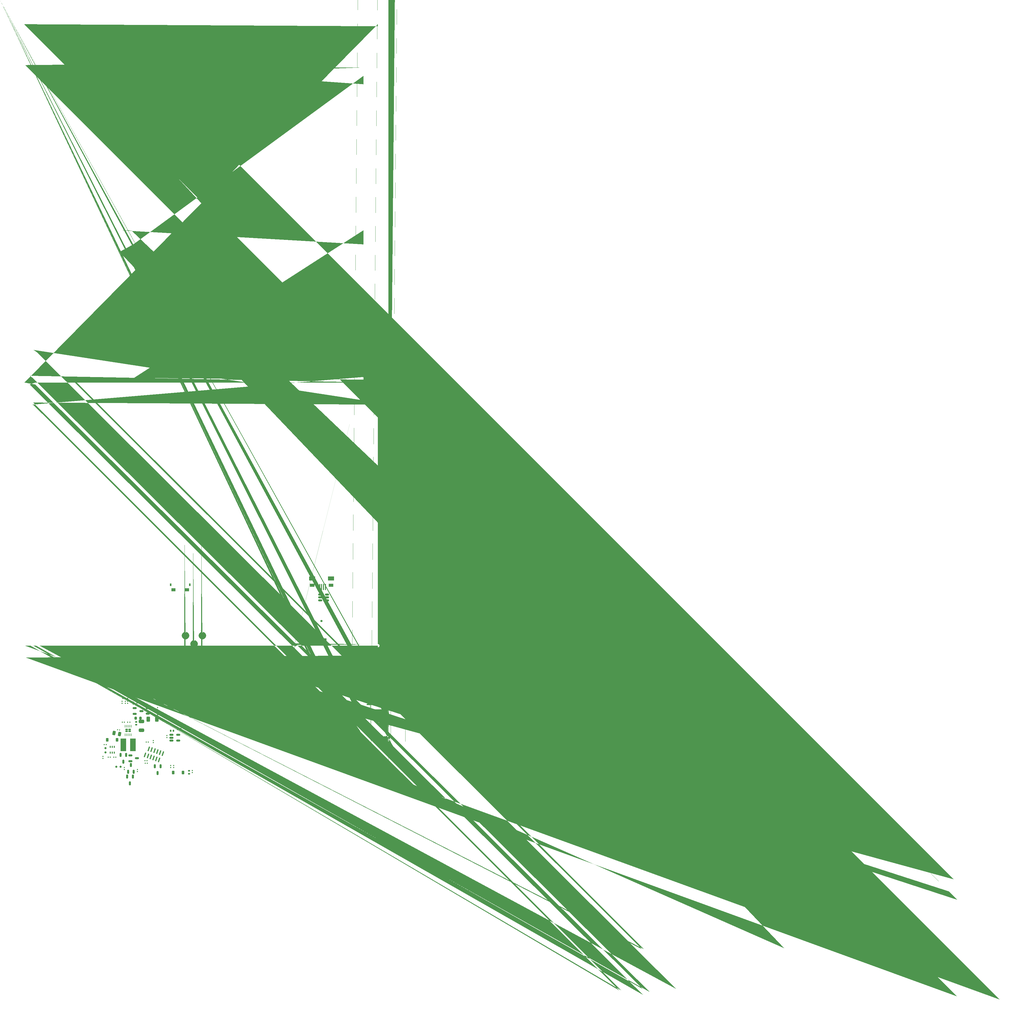
<source format=gtp>
G04 #@! TF.GenerationSoftware,KiCad,Pcbnew,9.0.3-9.0.3-0~ubuntu22.04.1*
G04 #@! TF.CreationDate,2025-07-19T11:30:49-06:00*
G04 #@! TF.ProjectId,Steam_Controller,53746561-6d5f-4436-9f6e-74726f6c6c65,rev?*
G04 #@! TF.SameCoordinates,Original*
G04 #@! TF.FileFunction,Paste,Top*
G04 #@! TF.FilePolarity,Positive*
%FSLAX46Y46*%
G04 Gerber Fmt 4.6, Leading zero omitted, Abs format (unit mm)*
G04 Created by KiCad (PCBNEW 9.0.3-9.0.3-0~ubuntu22.04.1) date 2025-07-19 11:30:49*
%MOMM*%
%LPD*%
G01*
G04 APERTURE LIST*
G04 Aperture macros list*
%AMRoundRect*
0 Rectangle with rounded corners*
0 $1 Rounding radius*
0 $2 $3 $4 $5 $6 $7 $8 $9 X,Y pos of 4 corners*
0 Add a 4 corners polygon primitive as box body*
4,1,4,$2,$3,$4,$5,$6,$7,$8,$9,$2,$3,0*
0 Add four circle primitives for the rounded corners*
1,1,$1+$1,$2,$3*
1,1,$1+$1,$4,$5*
1,1,$1+$1,$6,$7*
1,1,$1+$1,$8,$9*
0 Add four rect primitives between the rounded corners*
20,1,$1+$1,$2,$3,$4,$5,0*
20,1,$1+$1,$4,$5,$6,$7,0*
20,1,$1+$1,$6,$7,$8,$9,0*
20,1,$1+$1,$8,$9,$2,$3,0*%
%AMRotRect*
0 Rectangle, with rotation*
0 The origin of the aperture is its center*
0 $1 length*
0 $2 width*
0 $3 Rotation angle, in degrees counterclockwise*
0 Add horizontal line*
21,1,$1,$2,0,0,$3*%
%AMFreePoly0*
4,1,53,0.150800,1.240800,0.299200,1.213700,0.443400,1.168700,0.580900,1.106700,0.710100,1.028700,0.829000,0.935500,0.935700,0.828800,1.028900,0.710000,1.106900,0.580900,1.168900,0.443300,1.213800,0.299000,1.241000,0.150700,1.250100,0.000000,1.241000,-0.150800,1.213800,-0.299200,1.168900,-0.443400,1.106900,-0.580900,1.028900,-0.710100,0.935700,-0.829000,0.829000,-0.935700,
0.710100,-1.028900,0.580900,-1.106900,0.443400,-1.168900,0.299200,-1.213800,0.150800,-1.241000,0.000000,-1.250100,-0.150700,-1.241000,-0.299000,-1.213800,-0.443300,-1.168900,-0.580900,-1.106900,-0.710000,-1.028900,-0.828800,-0.935700,-0.935500,-0.829000,-1.028700,-0.710100,-1.106700,-0.580900,-1.168700,-0.443400,-1.213700,-0.299200,-1.240800,-0.150800,-1.250000,0.000000,-1.240800,0.150700,
-1.213700,0.299000,-1.168700,0.443300,-1.106700,0.580900,-1.028700,0.710000,-0.935500,0.828800,-0.828800,0.935500,-0.710000,1.028700,-0.580900,1.106700,-0.443300,1.168700,-0.299000,1.213700,-0.150700,1.240800,0.000000,1.250000,0.150800,1.240800,0.150800,1.240800,$1*%
%AMFreePoly1*
4,1,53,0.150800,1.241000,0.299200,1.213800,0.443400,1.168900,0.580900,1.106900,0.710100,1.028900,0.829000,0.935700,0.935700,0.829000,1.028900,0.710100,1.106900,0.580900,1.168900,0.443400,1.213800,0.299200,1.241000,0.150800,1.250100,0.000000,1.241000,-0.150700,1.213800,-0.299000,1.168900,-0.443300,1.106900,-0.580900,1.028900,-0.710000,0.935700,-0.828800,0.829000,-0.935500,
0.710100,-1.028700,0.580900,-1.106700,0.443400,-1.168700,0.299200,-1.213700,0.150800,-1.240800,0.000000,-1.250000,-0.150700,-1.240800,-0.299000,-1.213700,-0.443300,-1.168700,-0.580900,-1.106700,-0.710000,-1.028700,-0.828800,-0.935500,-0.935500,-0.828800,-1.028700,-0.710000,-1.106700,-0.580900,-1.168700,-0.443300,-1.213700,-0.299000,-1.240800,-0.150700,-1.250000,0.000000,-1.240800,0.150800,
-1.213700,0.299200,-1.168700,0.443400,-1.106700,0.580900,-1.028700,0.710100,-0.935500,0.829000,-0.828800,0.935700,-0.710000,1.028900,-0.580900,1.106900,-0.443300,1.168900,-0.299000,1.213800,-0.150700,1.241000,0.000000,1.250100,0.150800,1.241000,0.150800,1.241000,$1*%
%AMFreePoly2*
4,1,53,0.150700,1.241000,0.299000,1.213800,0.443300,1.168900,0.580900,1.106900,0.710000,1.028900,0.828800,0.935700,0.935500,0.829000,1.028700,0.710100,1.106700,0.580900,1.168700,0.443400,1.213700,0.299200,1.240800,0.150800,1.250000,0.000000,1.240800,-0.150700,1.213700,-0.299000,1.168700,-0.443300,1.106700,-0.580900,1.028700,-0.710000,0.935500,-0.828800,0.828800,-0.935500,
0.710000,-1.028700,0.580900,-1.106700,0.443300,-1.168700,0.299000,-1.213700,0.150700,-1.240800,0.000000,-1.250000,-0.150800,-1.240800,-0.299200,-1.213700,-0.443400,-1.168700,-0.580900,-1.106700,-0.710100,-1.028700,-0.829000,-0.935500,-0.935700,-0.828800,-1.028900,-0.710000,-1.106900,-0.580900,-1.168900,-0.443300,-1.213800,-0.299000,-1.241000,-0.150700,-1.250100,0.000000,-1.241000,0.150800,
-1.213800,0.299200,-1.168900,0.443400,-1.106900,0.580900,-1.028900,0.710100,-0.935700,0.829000,-0.829000,0.935700,-0.710100,1.028900,-0.580900,1.106900,-0.443400,1.168900,-0.299200,1.213800,-0.150800,1.241000,0.000000,1.250100,0.150700,1.241000,0.150700,1.241000,$1*%
%AMFreePoly3*
4,1,53,0.150700,1.240800,0.299000,1.213700,0.443300,1.168700,0.580900,1.106700,0.710000,1.028700,0.828800,0.935500,0.935500,0.828800,1.028700,0.710000,1.106700,0.580900,1.168700,0.443300,1.213700,0.299000,1.240800,0.150700,1.250000,0.000000,1.240800,-0.150800,1.213700,-0.299200,1.168700,-0.443400,1.106700,-0.580900,1.028700,-0.710100,0.935500,-0.829000,0.828800,-0.935700,
0.710000,-1.028900,0.580900,-1.106900,0.443300,-1.168900,0.299000,-1.213800,0.150700,-1.241000,0.000000,-1.250100,-0.150800,-1.241000,-0.299200,-1.213800,-0.443400,-1.168900,-0.580900,-1.106900,-0.710100,-1.028900,-0.829000,-0.935700,-0.935700,-0.829000,-1.028900,-0.710100,-1.106900,-0.580900,-1.168900,-0.443400,-1.213800,-0.299200,-1.241000,-0.150800,-1.250100,0.000000,-1.241000,0.150700,
-1.213800,0.299000,-1.168900,0.443300,-1.106900,0.580900,-1.028900,0.710000,-0.935700,0.828800,-0.829000,0.935500,-0.710100,1.028700,-0.580900,1.106700,-0.443400,1.168700,-0.299200,1.213700,-0.150800,1.240800,0.000000,1.250000,0.150700,1.240800,0.150700,1.240800,$1*%
%AMFreePoly4*
4,1,53,0.150600,1.240800,0.299200,1.213600,0.443200,1.168700,0.580900,1.106900,0.710200,1.028700,0.828800,0.935700,0.935700,0.828800,1.028700,0.710200,1.106900,0.580900,1.168700,0.443200,1.213600,0.299200,1.240800,0.150600,1.249900,0.000000,1.240800,-0.150600,1.213600,-0.299200,1.168700,-0.443200,1.106900,-0.580900,1.028700,-0.710200,0.935700,-0.828800,0.828800,-0.935700,
0.710200,-1.028700,0.580900,-1.106900,0.443200,-1.168700,0.299200,-1.213600,0.150600,-1.240800,0.000000,-1.249900,-0.150600,-1.240800,-0.299200,-1.213600,-0.443200,-1.168700,-0.580900,-1.106900,-0.710200,-1.028700,-0.828800,-0.935700,-0.935700,-0.828800,-1.028700,-0.710200,-1.106900,-0.580900,-1.168700,-0.443200,-1.213600,-0.299200,-1.240800,-0.150600,-1.249900,0.000000,-1.240800,0.150600,
-1.213600,0.299200,-1.168700,0.443200,-1.106900,0.580900,-1.028700,0.710200,-0.935700,0.828800,-0.828800,0.935700,-0.710200,1.028700,-0.580900,1.106900,-0.443200,1.168700,-0.299200,1.213600,-0.150600,1.240800,0.000000,1.249900,0.150600,1.240800,0.150600,1.240800,$1*%
%AMFreePoly5*
4,1,111,0.054700,0.636500,0.090900,0.632300,0.126900,0.626100,0.162400,0.617800,0.197400,0.607500,0.231800,0.595300,0.265400,0.581100,0.298100,0.565000,0.329900,0.547000,0.360600,0.527300,0.390100,0.505900,0.418300,0.482800,0.445200,0.458100,0.470600,0.432000,0.494500,0.404400,0.516800,0.375500,0.537400,0.345400,0.556200,0.314100,0.573300,0.281900,0.588400,0.248700,
0.601600,0.214700,0.612900,0.180000,0.622200,0.144700,0.629500,0.108900,0.634600,0.072800,0.637800,0.036500,0.638800,0.000000,0.637800,-0.036500,0.634600,-0.072800,0.629500,-0.108900,0.622200,-0.144700,0.612900,-0.180000,0.601600,-0.214700,0.588400,-0.248700,0.573300,-0.281900,0.556200,-0.314100,0.537400,-0.345400,0.516800,-0.375500,0.494500,-0.404400,0.470600,-0.432000,
0.445200,-0.458100,0.418300,-0.482800,0.390100,-0.505900,0.360600,-0.527300,0.329900,-0.547000,0.298100,-0.565000,0.265400,-0.581100,0.231800,-0.595300,0.197400,-0.607500,0.162400,-0.617800,0.126900,-0.626100,0.090900,-0.632300,0.054700,-0.636500,0.018200,-0.638600,-0.018200,-0.638600,-0.054700,-0.636500,-0.090900,-0.632300,-0.126900,-0.626100,-0.162400,-0.617800,-0.197400,-0.607500,
-0.231800,-0.595300,-0.265400,-0.581100,-0.298100,-0.565000,-0.329900,-0.547000,-0.360600,-0.527300,-0.390100,-0.505900,-0.418300,-0.482800,-0.445200,-0.458100,-0.470600,-0.432000,-0.494500,-0.404400,-0.516800,-0.375500,-0.537400,-0.345400,-0.556200,-0.314100,-0.573300,-0.281900,-0.588400,-0.248700,-0.601600,-0.214700,-0.612900,-0.180000,-0.622200,-0.144700,-0.629500,-0.108900,-0.634600,-0.072800,
-0.637800,-0.036500,-0.638800,0.000000,-0.637800,0.036500,-0.634600,0.072800,-0.629500,0.108900,-0.622200,0.144700,-0.612900,0.180000,-0.601600,0.214700,-0.588400,0.248700,-0.573300,0.281900,-0.556200,0.314100,-0.537400,0.345400,-0.516800,0.375500,-0.494500,0.404400,-0.470600,0.432000,-0.445200,0.458100,-0.418300,0.482800,-0.390100,0.505900,-0.360600,0.527300,-0.329900,0.547000,
-0.298100,0.565000,-0.265400,0.581100,-0.231800,0.595300,-0.197400,0.607500,-0.162400,0.617800,-0.126900,0.626100,-0.090900,0.632300,-0.054700,0.636500,-0.018200,0.638600,0.018200,0.638600,0.054700,0.636500,0.054700,0.636500,$1*%
%AMFreePoly6*
4,1,105,0.033700,0.556900,0.067300,0.553800,0.100600,0.548800,0.133500,0.541700,0.166000,0.532600,0.197800,0.521700,0.229000,0.508800,0.259300,0.494000,0.288600,0.477400,0.316900,0.459200,0.344099,0.439200,0.370000,0.417600,0.394500,0.394500,0.417600,0.370000,0.439200,0.344100,0.459200,0.316900,0.477400,0.288600,0.494000,0.259300,0.508800,0.229000,0.521700,0.197800,
0.532600,0.166000,0.541700,0.133500,0.548800,0.100600,0.553800,0.067300,0.556900,0.033700,0.557900,0.000000,0.556900,-0.033700,0.553800,-0.067300,0.548800,-0.100600,0.541700,-0.133500,0.532600,-0.166000,0.521700,-0.197800,0.508800,-0.229000,0.494000,-0.259300,0.477400,-0.288600,0.459200,-0.316900,0.439200,-0.344099,0.417600,-0.370000,0.394500,-0.394500,0.370000,-0.417600,
0.344100,-0.439200,0.316900,-0.459200,0.288600,-0.477400,0.259300,-0.494000,0.229000,-0.508800,0.197800,-0.521700,0.166000,-0.532600,0.133500,-0.541700,0.100600,-0.548800,0.067300,-0.553800,0.033700,-0.556900,0.000000,-0.557900,-0.033700,-0.556900,-0.067300,-0.553800,-0.100600,-0.548800,-0.133500,-0.541700,-0.166000,-0.532600,-0.197800,-0.521700,-0.229000,-0.508800,-0.259300,-0.494000,
-0.288600,-0.477400,-0.316900,-0.459200,-0.344099,-0.439200,-0.370000,-0.417600,-0.394500,-0.394500,-0.417600,-0.370000,-0.439200,-0.344100,-0.459200,-0.316900,-0.477400,-0.288600,-0.494000,-0.259300,-0.508800,-0.229000,-0.521700,-0.197800,-0.532600,-0.166000,-0.541700,-0.133500,-0.548800,-0.100600,-0.553800,-0.067300,-0.556900,-0.033700,-0.557900,0.000000,-0.556900,0.033700,-0.553800,0.067300,
-0.548800,0.100600,-0.541700,0.133500,-0.532600,0.166000,-0.521700,0.197800,-0.508800,0.229000,-0.494000,0.259300,-0.477400,0.288600,-0.459200,0.316900,-0.439200,0.344099,-0.417600,0.370000,-0.394500,0.394500,-0.370000,0.417600,-0.344100,0.439200,-0.316900,0.459200,-0.288600,0.477400,-0.259300,0.494000,-0.229000,0.508800,-0.197800,0.521700,-0.166000,0.532600,-0.133500,0.541700,
-0.100600,0.548800,-0.067300,0.553800,-0.033700,0.556900,0.000000,0.557900,0.033700,0.556900,0.033700,0.556900,$1*%
G04 Aperture macros list end*
%ADD10RoundRect,0.079500X0.079500X0.100500X-0.079500X0.100500X-0.079500X-0.100500X0.079500X-0.100500X0*%
%ADD11FreePoly0,0.000000*%
%ADD12FreePoly1,0.000000*%
%ADD13FreePoly2,0.000000*%
%ADD14FreePoly3,0.000000*%
%ADD15FreePoly4,0.000000*%
%ADD16FreePoly5,1.000000*%
%ADD17FreePoly6,1.000000*%
%ADD18RoundRect,0.079500X-0.079500X-0.100500X0.079500X-0.100500X0.079500X0.100500X-0.079500X0.100500X0*%
%ADD19RoundRect,0.079500X0.100500X-0.079500X0.100500X0.079500X-0.100500X0.079500X-0.100500X-0.079500X0*%
%ADD20RoundRect,0.150000X-0.512500X-0.150000X0.512500X-0.150000X0.512500X0.150000X-0.512500X0.150000X0*%
%ADD21RotRect,0.400000X1.600000X161.000000*%
%ADD22RoundRect,0.100000X-0.100000X0.225000X-0.100000X-0.225000X0.100000X-0.225000X0.100000X0.225000X0*%
%ADD23RoundRect,0.150000X-0.150000X0.512500X-0.150000X-0.512500X0.150000X-0.512500X0.150000X0.512500X0*%
%ADD24RoundRect,0.079500X-0.100500X0.079500X-0.100500X-0.079500X0.100500X-0.079500X0.100500X0.079500X0*%
%ADD25RoundRect,0.140000X-0.170000X0.140000X-0.170000X-0.140000X0.170000X-0.140000X0.170000X0.140000X0*%
%ADD26RoundRect,0.250000X0.650000X-0.325000X0.650000X0.325000X-0.650000X0.325000X-0.650000X-0.325000X0*%
%ADD27RoundRect,0.150000X0.150000X0.200000X-0.150000X0.200000X-0.150000X-0.200000X0.150000X-0.200000X0*%
%ADD28R,1.450000X1.100000*%
%ADD29R,0.600000X0.850000*%
%ADD30RoundRect,0.120000X-0.285000X0.120000X-0.285000X-0.120000X0.285000X-0.120000X0.285000X0.120000X0*%
%ADD31RoundRect,0.062500X-0.062500X0.375000X-0.062500X-0.375000X0.062500X-0.375000X0.062500X0.375000X0*%
%ADD32FreePoly5,180.000000*%
%ADD33FreePoly6,180.000000*%
%ADD34RoundRect,0.250000X0.328685X0.424372X-0.163719X0.511196X-0.328685X-0.424372X0.163719X-0.511196X0*%
%ADD35FreePoly5,270.000000*%
%ADD36FreePoly6,270.000000*%
%ADD37RoundRect,0.200000X0.200000X0.275000X-0.200000X0.275000X-0.200000X-0.275000X0.200000X-0.275000X0*%
%ADD38RoundRect,0.079500X-0.095744X-0.085168X0.060841X-0.112778X0.095744X0.085168X-0.060841X0.112778X0*%
%ADD39RoundRect,0.140000X0.140000X0.170000X-0.140000X0.170000X-0.140000X-0.170000X0.140000X-0.170000X0*%
%ADD40RoundRect,0.150000X0.150000X-0.512500X0.150000X0.512500X-0.150000X0.512500X-0.150000X-0.512500X0*%
%ADD41FreePoly5,120.000000*%
%ADD42FreePoly6,120.000000*%
%ADD43O,0.750000X0.750000*%
%ADD44RoundRect,0.225000X0.375000X-0.225000X0.375000X0.225000X-0.375000X0.225000X-0.375000X-0.225000X0*%
%ADD45R,1.000000X1.250000*%
%ADD46RoundRect,0.250000X0.312500X0.625000X-0.312500X0.625000X-0.312500X-0.625000X0.312500X-0.625000X0*%
%ADD47RotRect,0.400000X1.600000X199.000000*%
%ADD48RoundRect,0.140000X0.170000X-0.140000X0.170000X0.140000X-0.170000X0.140000X-0.170000X-0.140000X0*%
%ADD49RoundRect,0.225000X0.225000X0.375000X-0.225000X0.375000X-0.225000X-0.375000X0.225000X-0.375000X0*%
%ADD50R,1.980000X4.200000*%
%ADD51RoundRect,0.150000X-0.200000X0.150000X-0.200000X-0.150000X0.200000X-0.150000X0.200000X0.150000X0*%
%ADD52R,0.400000X2.000000*%
%ADD53R,1.600000X1.000000*%
%ADD54R,2.000000X1.400000*%
%ADD55FreePoly5,315.000000*%
%ADD56FreePoly6,315.000000*%
%ADD57FreePoly5,0.000000*%
%ADD58FreePoly6,0.000000*%
G04 APERTURE END LIST*
D10*
X205975000Y-112850000D03*
X205285000Y-112850000D03*
D11*
X192813000Y-74590000D03*
D12*
X192813000Y-80247000D03*
D13*
X198470000Y-80247000D03*
D14*
X198470000Y-74590000D03*
D15*
X195641500Y-77418500D03*
D16*
X138948711Y-82086401D03*
D17*
X143705265Y-78065775D03*
D18*
X93475000Y-97920000D03*
X94165000Y-97920000D03*
D10*
X199415000Y-113780000D03*
X198725000Y-113780000D03*
D19*
X96280000Y-110895000D03*
X96280000Y-110205000D03*
D10*
X88335000Y-104010000D03*
X87645000Y-104010000D03*
D18*
X208335000Y-118860000D03*
X209025000Y-118860000D03*
D20*
X88502500Y-115230000D03*
X88502500Y-117130000D03*
X90777500Y-116180000D03*
D18*
X81075000Y-115800000D03*
X81765000Y-115800000D03*
D21*
X99470850Y-114600688D03*
X98216728Y-116707148D03*
X98525332Y-114275119D03*
X97271209Y-116381580D03*
X97579813Y-113949551D03*
X96325690Y-116056012D03*
X96634295Y-113623983D03*
X95380172Y-115730444D03*
X95688776Y-113298415D03*
X94434653Y-115404875D03*
X94743257Y-112972847D03*
X93489135Y-115079307D03*
D22*
X92050000Y-95540000D03*
X91400000Y-95540000D03*
X90750000Y-95540000D03*
X90750000Y-97440000D03*
X91400000Y-97440000D03*
X92050000Y-97440000D03*
D10*
X94235000Y-117860000D03*
X93545000Y-117860000D03*
D23*
X89362500Y-122302500D03*
X87462500Y-122302500D03*
X88412500Y-124577500D03*
D19*
X97700000Y-101565000D03*
X97700000Y-100875000D03*
D24*
X109350000Y-120265000D03*
X109350000Y-120955000D03*
D20*
X102312500Y-108300000D03*
X102312500Y-109250000D03*
X102312500Y-110200000D03*
X104587500Y-110200000D03*
X104587500Y-108300000D03*
D25*
X105420000Y-105320000D03*
X105420000Y-106280000D03*
D26*
X92260000Y-106765000D03*
X92260000Y-103815000D03*
D27*
X83830000Y-119010000D03*
X85230000Y-119010000D03*
D18*
X210335000Y-117800000D03*
X211025000Y-117800000D03*
D28*
X107600200Y-59510000D03*
X103050000Y-59510000D03*
D29*
X108525000Y-57834900D03*
X102125200Y-57834900D03*
D30*
X88280000Y-106520000D03*
X87280000Y-106520000D03*
X88280000Y-107120000D03*
X87280000Y-107120000D03*
D31*
X88780000Y-105382500D03*
X88280000Y-105382500D03*
X87780000Y-105382500D03*
X87280000Y-105382500D03*
X86780000Y-105382500D03*
X86780000Y-108257500D03*
X87280000Y-108257500D03*
X87780000Y-108257500D03*
X88280000Y-108257500D03*
X88780000Y-108257500D03*
D32*
X180940000Y-98262999D03*
D33*
X176114001Y-102200000D03*
D24*
X86480000Y-119245000D03*
X86480000Y-119935000D03*
D28*
X202755200Y-59465100D03*
X198205000Y-59465100D03*
D29*
X203680000Y-57790000D03*
X197280200Y-57790000D03*
D34*
X84875567Y-107984966D03*
X83004433Y-107655034D03*
D35*
X158963000Y-102180000D03*
D36*
X162900000Y-107006000D03*
D37*
X91955000Y-102650000D03*
X90305000Y-102650000D03*
D24*
X85780000Y-97015000D03*
X85780000Y-97705000D03*
D19*
X79340000Y-116225000D03*
X79340000Y-115535000D03*
D38*
X84210242Y-106550092D03*
X84889758Y-106669908D03*
D10*
X86515000Y-104010000D03*
X85825000Y-104010000D03*
D20*
X152352500Y-61132500D03*
X152352500Y-62082500D03*
X152352500Y-63032500D03*
X154627500Y-63032500D03*
X154627500Y-62082500D03*
X154627500Y-61132500D03*
D10*
X86655000Y-96120000D03*
X85965000Y-96120000D03*
D39*
X103010000Y-106900000D03*
X102050000Y-106900000D03*
D18*
X206315000Y-118890000D03*
X207005000Y-118890000D03*
D40*
X87760000Y-120717500D03*
X89660000Y-120717500D03*
X88710000Y-118442500D03*
D24*
X87630000Y-95315000D03*
X87630000Y-96005000D03*
D41*
X175279543Y-109281500D03*
D42*
X169456998Y-107070562D03*
D20*
X197172500Y-115907500D03*
X197172500Y-117807500D03*
X199447500Y-116857500D03*
D18*
X198725000Y-114620000D03*
X199415000Y-114620000D03*
D43*
X146605613Y-76435608D03*
X152828613Y-69958608D03*
D19*
X103130000Y-119285000D03*
X103130000Y-118595000D03*
X100840000Y-109185000D03*
X100840000Y-108495000D03*
D44*
X201090000Y-119060000D03*
X201090000Y-115760000D03*
D45*
X151809900Y-76399000D03*
X154010000Y-76399000D03*
D46*
X97452500Y-103060000D03*
X94527500Y-103060000D03*
D24*
X104410000Y-105775000D03*
X104410000Y-106465000D03*
D47*
X211379487Y-112830068D03*
X211688092Y-115262096D03*
X210433968Y-113155636D03*
X210742571Y-115587665D03*
X209488450Y-113481204D03*
X209797054Y-115913233D03*
X208542931Y-113806772D03*
X208851535Y-116238801D03*
X207597411Y-114132341D03*
X207906017Y-116564369D03*
X206651894Y-114457909D03*
X206960498Y-116889937D03*
D48*
X90530000Y-104880000D03*
X90530000Y-103920000D03*
D10*
X201605000Y-120670000D03*
X200915000Y-120670000D03*
D49*
X84027500Y-109930000D03*
X80727500Y-109930000D03*
D11*
X107091500Y-74877800D03*
D12*
X107091500Y-80534800D03*
D13*
X112748500Y-80534800D03*
D14*
X112748500Y-74877800D03*
D15*
X109920000Y-77706300D03*
D50*
X86205000Y-111650000D03*
X89355000Y-111650000D03*
D51*
X80150000Y-114190000D03*
X80150000Y-112790000D03*
D24*
X86820000Y-97005000D03*
X86820000Y-97695000D03*
D22*
X83092500Y-112350000D03*
X82442500Y-112350000D03*
X81792500Y-112350000D03*
X81792500Y-114250000D03*
X82442500Y-114250000D03*
X83092500Y-114250000D03*
D20*
X94422500Y-99260000D03*
X94422500Y-101160000D03*
X96697500Y-100210000D03*
D10*
X94115000Y-117010000D03*
X93425000Y-117010000D03*
D52*
X154134300Y-58569000D03*
X153484000Y-58569000D03*
X152833800Y-58569000D03*
X152183600Y-58569000D03*
X151533300Y-58569000D03*
D53*
X156033700Y-58018300D03*
D54*
X156033700Y-55664200D03*
X149633900Y-55664200D03*
D53*
X149633900Y-58018300D03*
D55*
X169126121Y-95953879D03*
D56*
X175322497Y-96582497D03*
D18*
X79705000Y-111580000D03*
X80395000Y-111580000D03*
D19*
X102130000Y-119295000D03*
X102130000Y-118605000D03*
D57*
X166920000Y-82247000D03*
D58*
X171745999Y-78310001D03*
D24*
X97720000Y-99155000D03*
X97720000Y-99845000D03*
D20*
X89972500Y-99330000D03*
X89972500Y-101230000D03*
X92247500Y-100280000D03*
D24*
X87620000Y-97005000D03*
X87620000Y-97695000D03*
D10*
X83635000Y-115800000D03*
X82945000Y-115800000D03*
D25*
X108230000Y-120400000D03*
X108230000Y-121360000D03*
D23*
X87122500Y-115052500D03*
X85222500Y-115052500D03*
X86172500Y-117327500D03*
D19*
X90880000Y-120625000D03*
X90880000Y-119935000D03*
D18*
X93905000Y-110760000D03*
X94595000Y-110760000D03*
D49*
X106230000Y-120980000D03*
X102930000Y-120980000D03*
D39*
X209460000Y-111240000D03*
X208500000Y-111240000D03*
D23*
X98672500Y-118892500D03*
X96772500Y-118892500D03*
X97722500Y-121167500D03*
D19*
X89500000Y-97925000D03*
X89500000Y-97235000D03*
M02*

</source>
